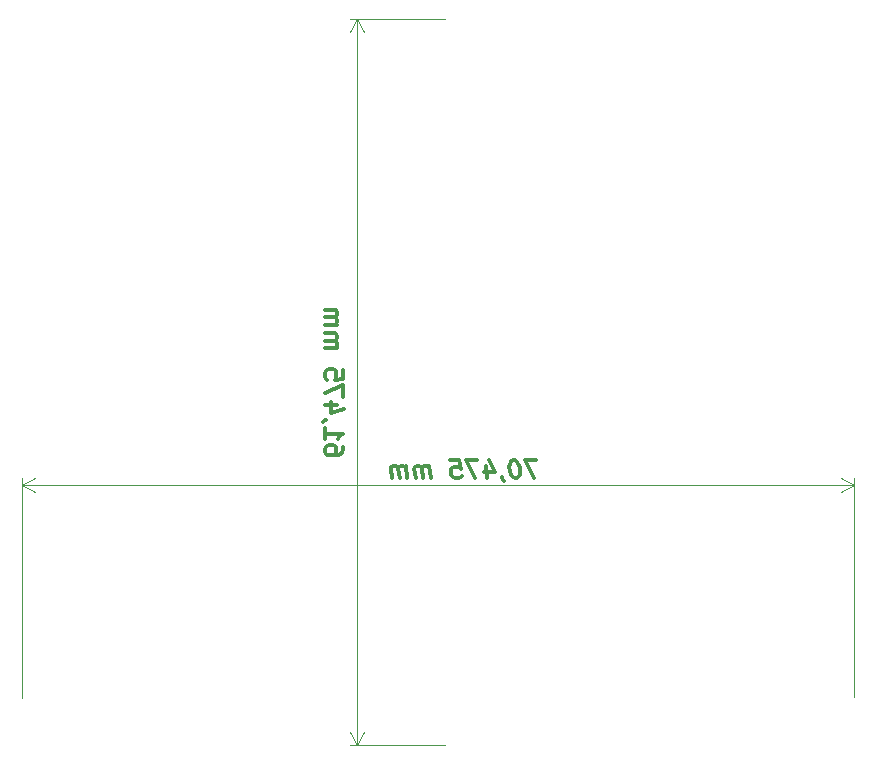
<source format=gbr>
G04 #@! TF.GenerationSoftware,KiCad,Pcbnew,(5.1.5)-3*
G04 #@! TF.CreationDate,2020-09-25T18:51:02-03:00*
G04 #@! TF.ProjectId,Opto,4f70746f-2e6b-4696-9361-645f70636258,rev?*
G04 #@! TF.SameCoordinates,Original*
G04 #@! TF.FileFunction,Legend,Bot*
G04 #@! TF.FilePolarity,Positive*
%FSLAX46Y46*%
G04 Gerber Fmt 4.6, Leading zero omitted, Abs format (unit mm)*
G04 Created by KiCad (PCBNEW (5.1.5)-3) date 2020-09-25 18:51:02*
%MOMM*%
%LPD*%
G04 APERTURE LIST*
%ADD10C,0.375000*%
%ADD11C,0.120000*%
G04 APERTURE END LIST*
D10*
X80341052Y-71621224D02*
X79341052Y-71621224D01*
X80171409Y-73121224D01*
X78483909Y-71621224D02*
X78341052Y-71621224D01*
X78207123Y-71692653D01*
X78144623Y-71764081D01*
X78091052Y-71906938D01*
X78055338Y-72192653D01*
X78099981Y-72549795D01*
X78207123Y-72835510D01*
X78296409Y-72978367D01*
X78376766Y-73049795D01*
X78528552Y-73121224D01*
X78671409Y-73121224D01*
X78805338Y-73049795D01*
X78867838Y-72978367D01*
X78921409Y-72835510D01*
X78957123Y-72549795D01*
X78912481Y-72192653D01*
X78805338Y-71906938D01*
X78716052Y-71764081D01*
X78635695Y-71692653D01*
X78483909Y-71621224D01*
X77448195Y-73049795D02*
X77457123Y-73121224D01*
X77546409Y-73264081D01*
X77626766Y-73335510D01*
X76046409Y-72121224D02*
X76171409Y-73121224D01*
X76332123Y-71549795D02*
X76823195Y-72621224D01*
X75894623Y-72621224D01*
X75341052Y-71621224D02*
X74341052Y-71621224D01*
X75171409Y-73121224D01*
X73055338Y-71621224D02*
X73769623Y-71621224D01*
X73930338Y-72335510D01*
X73849981Y-72264081D01*
X73698195Y-72192653D01*
X73341052Y-72192653D01*
X73207123Y-72264081D01*
X73144623Y-72335510D01*
X73091052Y-72478367D01*
X73135695Y-72835510D01*
X73224981Y-72978367D01*
X73305338Y-73049795D01*
X73457123Y-73121224D01*
X73814266Y-73121224D01*
X73948195Y-73049795D01*
X74010695Y-72978367D01*
X71385695Y-73121224D02*
X71260695Y-72121224D01*
X71278552Y-72264081D02*
X71198195Y-72192653D01*
X71046409Y-72121224D01*
X70832123Y-72121224D01*
X70698195Y-72192653D01*
X70644623Y-72335510D01*
X70742838Y-73121224D01*
X70644623Y-72335510D02*
X70555338Y-72192653D01*
X70403552Y-72121224D01*
X70189266Y-72121224D01*
X70055338Y-72192653D01*
X70001766Y-72335510D01*
X70099981Y-73121224D01*
X69385695Y-73121224D02*
X69260695Y-72121224D01*
X69278552Y-72264081D02*
X69198195Y-72192653D01*
X69046409Y-72121224D01*
X68832123Y-72121224D01*
X68698195Y-72192653D01*
X68644623Y-72335510D01*
X68742838Y-73121224D01*
X68644623Y-72335510D02*
X68555338Y-72192653D01*
X68403552Y-72121224D01*
X68189266Y-72121224D01*
X68055338Y-72192653D01*
X68001766Y-72335510D01*
X68099981Y-73121224D01*
D11*
X107218624Y-73700153D02*
X36743624Y-73725153D01*
X107225000Y-91675000D02*
X107218416Y-73113732D01*
X36750000Y-91700000D02*
X36743416Y-73138732D01*
X36743624Y-73725153D02*
X37869920Y-73138333D01*
X36743624Y-73725153D02*
X37870336Y-74311174D01*
X107218624Y-73700153D02*
X106091912Y-73114132D01*
X107218624Y-73700153D02*
X106092328Y-74286973D01*
D10*
X63976428Y-70487500D02*
X63976428Y-70773214D01*
X63905000Y-70916071D01*
X63833571Y-70987500D01*
X63619285Y-71130357D01*
X63333571Y-71201785D01*
X62762142Y-71201785D01*
X62619285Y-71130357D01*
X62547857Y-71058928D01*
X62476428Y-70916071D01*
X62476428Y-70630357D01*
X62547857Y-70487500D01*
X62619285Y-70416071D01*
X62762142Y-70344642D01*
X63119285Y-70344642D01*
X63262142Y-70416071D01*
X63333571Y-70487500D01*
X63405000Y-70630357D01*
X63405000Y-70916071D01*
X63333571Y-71058928D01*
X63262142Y-71130357D01*
X63119285Y-71201785D01*
X62476428Y-68916071D02*
X62476428Y-69773214D01*
X62476428Y-69344642D02*
X63976428Y-69344642D01*
X63762142Y-69487500D01*
X63619285Y-69630357D01*
X63547857Y-69773214D01*
X62547857Y-68201785D02*
X62476428Y-68201785D01*
X62333571Y-68273214D01*
X62262142Y-68344642D01*
X63476428Y-66916071D02*
X62476428Y-66916071D01*
X64047857Y-67273214D02*
X62976428Y-67630357D01*
X62976428Y-66701785D01*
X63976428Y-66273214D02*
X63976428Y-65273214D01*
X62476428Y-65916071D01*
X63976428Y-63987500D02*
X63976428Y-64701785D01*
X63262142Y-64773214D01*
X63333571Y-64701785D01*
X63405000Y-64558928D01*
X63405000Y-64201785D01*
X63333571Y-64058928D01*
X63262142Y-63987500D01*
X63119285Y-63916071D01*
X62762142Y-63916071D01*
X62619285Y-63987500D01*
X62547857Y-64058928D01*
X62476428Y-64201785D01*
X62476428Y-64558928D01*
X62547857Y-64701785D01*
X62619285Y-64773214D01*
X62476428Y-62130357D02*
X63476428Y-62130357D01*
X63333571Y-62130357D02*
X63405000Y-62058928D01*
X63476428Y-61916071D01*
X63476428Y-61701785D01*
X63405000Y-61558928D01*
X63262142Y-61487500D01*
X62476428Y-61487500D01*
X63262142Y-61487500D02*
X63405000Y-61416071D01*
X63476428Y-61273214D01*
X63476428Y-61058928D01*
X63405000Y-60916071D01*
X63262142Y-60844642D01*
X62476428Y-60844642D01*
X62476428Y-60130357D02*
X63476428Y-60130357D01*
X63333571Y-60130357D02*
X63405000Y-60058928D01*
X63476428Y-59916071D01*
X63476428Y-59701785D01*
X63405000Y-59558928D01*
X63262142Y-59487500D01*
X62476428Y-59487500D01*
X63262142Y-59487500D02*
X63405000Y-59416071D01*
X63476428Y-59273214D01*
X63476428Y-59058928D01*
X63405000Y-58916071D01*
X63262142Y-58844642D01*
X62476428Y-58844642D01*
D11*
X65150000Y-34250000D02*
X65150000Y-95725000D01*
X72575000Y-34250000D02*
X64563579Y-34250000D01*
X72575000Y-95725000D02*
X64563579Y-95725000D01*
X65150000Y-95725000D02*
X64563579Y-94598496D01*
X65150000Y-95725000D02*
X65736421Y-94598496D01*
X65150000Y-34250000D02*
X64563579Y-35376504D01*
X65150000Y-34250000D02*
X65736421Y-35376504D01*
M02*

</source>
